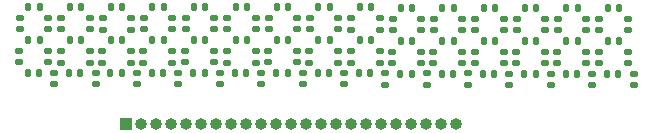
<source format=gbr>
%TF.GenerationSoftware,KiCad,Pcbnew,8.0.8-2.fc41*%
%TF.CreationDate,2025-02-01T06:38:31+00:00*%
%TF.ProjectId,small_led_a,736d616c-6c5f-46c6-9564-5f612e6b6963,rev?*%
%TF.SameCoordinates,Original*%
%TF.FileFunction,Soldermask,Top*%
%TF.FilePolarity,Negative*%
%FSLAX46Y46*%
G04 Gerber Fmt 4.6, Leading zero omitted, Abs format (unit mm)*
G04 Created by KiCad (PCBNEW 8.0.8-2.fc41) date 2025-02-01 06:38:31*
%MOMM*%
%LPD*%
G01*
G04 APERTURE LIST*
G04 Aperture macros list*
%AMRoundRect*
0 Rectangle with rounded corners*
0 $1 Rounding radius*
0 $2 $3 $4 $5 $6 $7 $8 $9 X,Y pos of 4 corners*
0 Add a 4 corners polygon primitive as box body*
4,1,4,$2,$3,$4,$5,$6,$7,$8,$9,$2,$3,0*
0 Add four circle primitives for the rounded corners*
1,1,$1+$1,$2,$3*
1,1,$1+$1,$4,$5*
1,1,$1+$1,$6,$7*
1,1,$1+$1,$8,$9*
0 Add four rect primitives between the rounded corners*
20,1,$1+$1,$2,$3,$4,$5,0*
20,1,$1+$1,$4,$5,$6,$7,0*
20,1,$1+$1,$6,$7,$8,$9,0*
20,1,$1+$1,$8,$9,$2,$3,0*%
G04 Aperture macros list end*
%ADD10RoundRect,0.147500X0.172500X-0.147500X0.172500X0.147500X-0.172500X0.147500X-0.172500X-0.147500X0*%
%ADD11RoundRect,0.147500X-0.147500X-0.172500X0.147500X-0.172500X0.147500X0.172500X-0.147500X0.172500X0*%
%ADD12R,1.000000X1.000000*%
%ADD13O,1.000000X1.000000*%
G04 APERTURE END LIST*
D10*
%TO.C,U15*%
X114700000Y-60117500D03*
X114200000Y-58267500D03*
X114200000Y-55467500D03*
D11*
X112515000Y-53572500D03*
X112505000Y-56372500D03*
X112455000Y-59172500D03*
D10*
X111800000Y-55467500D03*
X111750000Y-58267500D03*
X114700000Y-59147500D03*
D11*
X113475000Y-56372500D03*
D10*
X111800000Y-54497500D03*
X111750000Y-57297500D03*
D11*
X113425000Y-59172500D03*
D10*
X114200000Y-57297500D03*
X114200000Y-54497500D03*
D11*
X113485000Y-53572500D03*
%TD*%
%TO.C,U14*%
X109985000Y-53572500D03*
D10*
X110700000Y-54497500D03*
X110700000Y-57297500D03*
D11*
X109925000Y-59172500D03*
D10*
X108250000Y-57297500D03*
X108300000Y-54497500D03*
D11*
X109975000Y-56372500D03*
D10*
X111200000Y-59147500D03*
X108250000Y-58267500D03*
X108300000Y-55467500D03*
D11*
X108955000Y-59172500D03*
X109005000Y-56372500D03*
X109015000Y-53572500D03*
D10*
X110700000Y-55467500D03*
X110700000Y-58267500D03*
X111200000Y-60117500D03*
%TD*%
D11*
%TO.C,U13*%
X106485000Y-53572500D03*
D10*
X107200000Y-54497500D03*
X107200000Y-57297500D03*
D11*
X106425000Y-59172500D03*
D10*
X104750000Y-57297500D03*
X104800000Y-54497500D03*
D11*
X106475000Y-56372500D03*
D10*
X107700000Y-59147500D03*
X104750000Y-58267500D03*
X104800000Y-55467500D03*
D11*
X105455000Y-59172500D03*
X105505000Y-56372500D03*
X105515000Y-53572500D03*
D10*
X107200000Y-55467500D03*
X107200000Y-58267500D03*
X107700000Y-60117500D03*
%TD*%
D11*
%TO.C,U12*%
X102985000Y-53572500D03*
D10*
X103700000Y-54497500D03*
X103700000Y-57297500D03*
D11*
X102925000Y-59172500D03*
D10*
X101250000Y-57297500D03*
X101300000Y-54497500D03*
D11*
X102975000Y-56372500D03*
D10*
X104200000Y-59147500D03*
X101250000Y-58267500D03*
X101300000Y-55467500D03*
D11*
X101955000Y-59172500D03*
X102005000Y-56372500D03*
X102015000Y-53572500D03*
D10*
X103700000Y-55467500D03*
X103700000Y-58267500D03*
X104200000Y-60117500D03*
%TD*%
D11*
%TO.C,U11*%
X99485000Y-53555000D03*
D10*
X100200000Y-54480000D03*
X100200000Y-57280000D03*
D11*
X99425000Y-59155000D03*
D10*
X97750000Y-57280000D03*
X97800000Y-54480000D03*
D11*
X99475000Y-56355000D03*
D10*
X100700000Y-59130000D03*
X97750000Y-58250000D03*
X97800000Y-55450000D03*
D11*
X98455000Y-59155000D03*
X98505000Y-56355000D03*
X98515000Y-53555000D03*
D10*
X100200000Y-55450000D03*
X100200000Y-58250000D03*
X100700000Y-60100000D03*
%TD*%
%TO.C,U10*%
X97200000Y-60095000D03*
X96700000Y-58245000D03*
X96700000Y-55445000D03*
D11*
X95015000Y-53550000D03*
X95005000Y-56350000D03*
X94955000Y-59150000D03*
D10*
X94300000Y-55445000D03*
X94250000Y-58245000D03*
X97200000Y-59125000D03*
D11*
X95975000Y-56350000D03*
D10*
X94300000Y-54475000D03*
X94250000Y-57275000D03*
D11*
X95925000Y-59150000D03*
D10*
X96700000Y-57275000D03*
X96700000Y-54475000D03*
D11*
X95985000Y-53550000D03*
%TD*%
%TO.C,U9*%
X92485000Y-53522500D03*
D10*
X93200000Y-54447500D03*
X93200000Y-57247500D03*
D11*
X92425000Y-59122500D03*
D10*
X90750000Y-57247500D03*
X90800000Y-54447500D03*
D11*
X92475000Y-56322500D03*
D10*
X93700000Y-59097500D03*
X90750000Y-58217500D03*
X90800000Y-55417500D03*
D11*
X91455000Y-59122500D03*
X91505000Y-56322500D03*
X91515000Y-53522500D03*
D10*
X93200000Y-55417500D03*
X93200000Y-58217500D03*
X93700000Y-60067500D03*
%TD*%
D11*
%TO.C,U8*%
X88985000Y-53505000D03*
D10*
X89700000Y-54430000D03*
X89700000Y-57230000D03*
D11*
X88925000Y-59105000D03*
D10*
X87250000Y-57230000D03*
X87300000Y-54430000D03*
D11*
X88975000Y-56305000D03*
D10*
X90200000Y-59080000D03*
X87250000Y-58200000D03*
X87300000Y-55400000D03*
D11*
X87955000Y-59105000D03*
X88005000Y-56305000D03*
X88015000Y-53505000D03*
D10*
X89700000Y-55400000D03*
X89700000Y-58200000D03*
X90200000Y-60050000D03*
%TD*%
D11*
%TO.C,U3*%
X71435000Y-53515000D03*
D10*
X72150000Y-54440000D03*
X72150000Y-57240000D03*
D11*
X71375000Y-59115000D03*
D10*
X69700000Y-57240000D03*
X69750000Y-54440000D03*
D11*
X71425000Y-56315000D03*
D10*
X72650000Y-59090000D03*
X69700000Y-58210000D03*
X69750000Y-55410000D03*
D11*
X70405000Y-59115000D03*
X70455000Y-56315000D03*
X70465000Y-53515000D03*
D10*
X72150000Y-55410000D03*
X72150000Y-58210000D03*
X72650000Y-60060000D03*
%TD*%
D11*
%TO.C,U2*%
X67935000Y-53505000D03*
D10*
X68650000Y-54430000D03*
X68650000Y-57230000D03*
D11*
X67875000Y-59105000D03*
D10*
X66200000Y-57230000D03*
X66250000Y-54430000D03*
D11*
X67925000Y-56305000D03*
D10*
X69150000Y-59080000D03*
X66200000Y-58200000D03*
X66250000Y-55400000D03*
D11*
X66905000Y-59105000D03*
X66955000Y-56305000D03*
X66965000Y-53505000D03*
D10*
X68650000Y-55400000D03*
X68650000Y-58200000D03*
X69150000Y-60050000D03*
%TD*%
D11*
%TO.C,U1*%
X64435000Y-53500000D03*
D10*
X65150000Y-54425000D03*
X65150000Y-57225000D03*
D11*
X64375000Y-59100000D03*
D10*
X62700000Y-57225000D03*
X62750000Y-54425000D03*
D11*
X64425000Y-56300000D03*
D10*
X65650000Y-59075000D03*
X62700000Y-58195000D03*
X62750000Y-55395000D03*
D11*
X63405000Y-59100000D03*
X63455000Y-56300000D03*
X63465000Y-53500000D03*
D10*
X65150000Y-55395000D03*
X65150000Y-58195000D03*
X65650000Y-60045000D03*
%TD*%
D11*
%TO.C,U5*%
X78455000Y-53500000D03*
D10*
X79170000Y-54425000D03*
X79170000Y-57225000D03*
D11*
X78395000Y-59100000D03*
D10*
X76720000Y-57225000D03*
X76770000Y-54425000D03*
D11*
X78445000Y-56300000D03*
D10*
X79670000Y-59075000D03*
X76720000Y-58195000D03*
X76770000Y-55395000D03*
D11*
X77425000Y-59100000D03*
X77475000Y-56300000D03*
X77485000Y-53500000D03*
D10*
X79170000Y-55395000D03*
X79170000Y-58195000D03*
X79670000Y-60045000D03*
%TD*%
D11*
%TO.C,U7*%
X85485000Y-53500000D03*
D10*
X86200000Y-54425000D03*
X86200000Y-57225000D03*
D11*
X85425000Y-59100000D03*
D10*
X83750000Y-57225000D03*
X83800000Y-54425000D03*
D11*
X85475000Y-56300000D03*
D10*
X86700000Y-59075000D03*
X83750000Y-58195000D03*
X83800000Y-55395000D03*
D11*
X84455000Y-59100000D03*
X84505000Y-56300000D03*
X84515000Y-53500000D03*
D10*
X86200000Y-55395000D03*
X86200000Y-58195000D03*
X86700000Y-60045000D03*
%TD*%
D11*
%TO.C,U4*%
X74935000Y-53505000D03*
D10*
X75650000Y-54430000D03*
X75650000Y-57230000D03*
D11*
X74875000Y-59105000D03*
D10*
X73200000Y-57230000D03*
X73250000Y-54430000D03*
D11*
X74925000Y-56305000D03*
D10*
X76150000Y-59080000D03*
X73200000Y-58200000D03*
X73250000Y-55400000D03*
D11*
X73905000Y-59105000D03*
X73955000Y-56305000D03*
X73965000Y-53505000D03*
D10*
X75650000Y-55400000D03*
X75650000Y-58200000D03*
X76150000Y-60050000D03*
%TD*%
D11*
%TO.C,U6*%
X81985000Y-53505000D03*
D10*
X82700000Y-54430000D03*
X82700000Y-57230000D03*
D11*
X81925000Y-59105000D03*
D10*
X80250000Y-57230000D03*
X80300000Y-54430000D03*
D11*
X81975000Y-56305000D03*
D10*
X83200000Y-59080000D03*
X80250000Y-58200000D03*
X80300000Y-55400000D03*
D11*
X80955000Y-59105000D03*
X81005000Y-56305000D03*
X81015000Y-53505000D03*
D10*
X82700000Y-55400000D03*
X82700000Y-58200000D03*
X83200000Y-60050000D03*
%TD*%
D12*
%TO.C,J1*%
X71760000Y-63400000D03*
D13*
X73030000Y-63400000D03*
X74300000Y-63400000D03*
X75570000Y-63400000D03*
X76840000Y-63400000D03*
X78110000Y-63400000D03*
X79380000Y-63400000D03*
X80650000Y-63400000D03*
X81920000Y-63400000D03*
X83190000Y-63400000D03*
X84460000Y-63400000D03*
X85730000Y-63400000D03*
X87000000Y-63400000D03*
X88270000Y-63400000D03*
X89540000Y-63400000D03*
X90810000Y-63400000D03*
X92080000Y-63400000D03*
X93350000Y-63400000D03*
X94620000Y-63400000D03*
X95890000Y-63400000D03*
X97160000Y-63400000D03*
X98430000Y-63400000D03*
X99700000Y-63400000D03*
%TD*%
M02*

</source>
